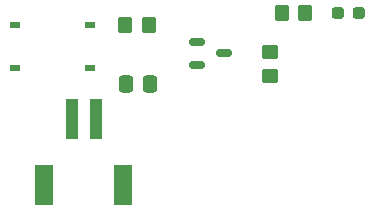
<source format=gtp>
G04 #@! TF.GenerationSoftware,KiCad,Pcbnew,8.0.0*
G04 #@! TF.CreationDate,2024-04-02T11:58:18-05:00*
G04 #@! TF.ProjectId,Haptic Feeback board,48617074-6963-4204-9665-656261636b20,rev?*
G04 #@! TF.SameCoordinates,Original*
G04 #@! TF.FileFunction,Paste,Top*
G04 #@! TF.FilePolarity,Positive*
%FSLAX46Y46*%
G04 Gerber Fmt 4.6, Leading zero omitted, Abs format (unit mm)*
G04 Created by KiCad (PCBNEW 8.0.0) date 2024-04-02 11:58:18*
%MOMM*%
%LPD*%
G01*
G04 APERTURE LIST*
G04 Aperture macros list*
%AMRoundRect*
0 Rectangle with rounded corners*
0 $1 Rounding radius*
0 $2 $3 $4 $5 $6 $7 $8 $9 X,Y pos of 4 corners*
0 Add a 4 corners polygon primitive as box body*
4,1,4,$2,$3,$4,$5,$6,$7,$8,$9,$2,$3,0*
0 Add four circle primitives for the rounded corners*
1,1,$1+$1,$2,$3*
1,1,$1+$1,$4,$5*
1,1,$1+$1,$6,$7*
1,1,$1+$1,$8,$9*
0 Add four rect primitives between the rounded corners*
20,1,$1+$1,$2,$3,$4,$5,0*
20,1,$1+$1,$4,$5,$6,$7,0*
20,1,$1+$1,$6,$7,$8,$9,0*
20,1,$1+$1,$8,$9,$2,$3,0*%
G04 Aperture macros list end*
%ADD10RoundRect,0.250000X0.450000X-0.350000X0.450000X0.350000X-0.450000X0.350000X-0.450000X-0.350000X0*%
%ADD11R,0.950500X0.558800*%
%ADD12RoundRect,0.250000X-0.337500X-0.475000X0.337500X-0.475000X0.337500X0.475000X-0.337500X0.475000X0*%
%ADD13RoundRect,0.237500X0.287500X0.237500X-0.287500X0.237500X-0.287500X-0.237500X0.287500X-0.237500X0*%
%ADD14R,1.000000X3.500000*%
%ADD15R,1.500000X3.400000*%
%ADD16RoundRect,0.250000X0.350000X0.450000X-0.350000X0.450000X-0.350000X-0.450000X0.350000X-0.450000X0*%
%ADD17RoundRect,0.150000X-0.512500X-0.150000X0.512500X-0.150000X0.512500X0.150000X-0.512500X0.150000X0*%
%ADD18RoundRect,0.250000X-0.350000X-0.450000X0.350000X-0.450000X0.350000X0.450000X-0.350000X0.450000X0*%
G04 APERTURE END LIST*
D10*
G04 #@! TO.C,R3*
X149500000Y-97000000D03*
X149500000Y-95000000D03*
G04 #@! TD*
D11*
G04 #@! TO.C,SW1*
X127878302Y-92667602D03*
X127878302Y-96367600D03*
X134239000Y-96367600D03*
X134239000Y-92667602D03*
G04 #@! TD*
D12*
G04 #@! TO.C,C1*
X137290900Y-97713800D03*
X139365900Y-97713800D03*
G04 #@! TD*
D13*
G04 #@! TO.C,D1*
X157040000Y-91694000D03*
X155290000Y-91694000D03*
G04 #@! TD*
D14*
G04 #@! TO.C,J1*
X132747000Y-100685600D03*
X134747000Y-100685600D03*
D15*
X130397000Y-106235600D03*
X137097000Y-106235600D03*
G04 #@! TD*
D16*
G04 #@! TO.C,R2*
X152511000Y-91694000D03*
X150511000Y-91694000D03*
G04 #@! TD*
D17*
G04 #@! TO.C,Q1*
X143365400Y-94147600D03*
X143365400Y-96047600D03*
X145640400Y-95097600D03*
G04 #@! TD*
D18*
G04 #@! TO.C,R1*
X137242800Y-92735400D03*
X139242800Y-92735400D03*
G04 #@! TD*
M02*

</source>
